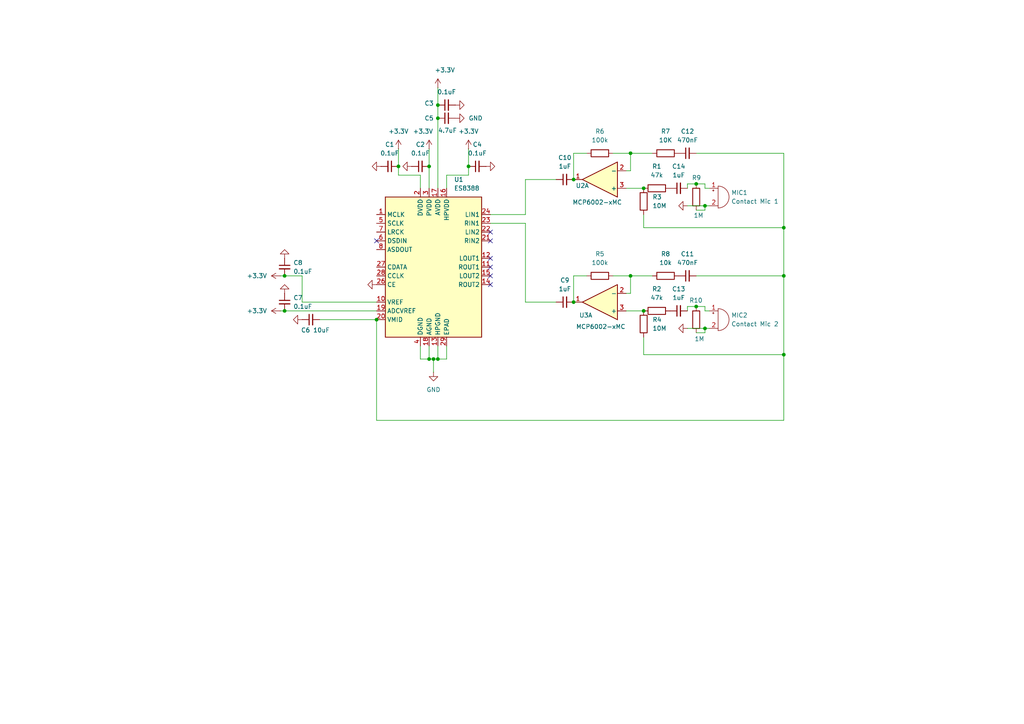
<source format=kicad_sch>
(kicad_sch (version 20250114) (generator "eeschema") (generator_version "9.0")
  (paper "A4")
  (lib_symbols
    (symbol "Amplifier_Operational:MCP6002-xMC" (pin_names (offset 0.127))
      (property "Reference" "U" (at 0 5.08 0))
      (property "Value" "MCP6002-xMC" (at 0 -5.08 0))
      (symbol "MCP6002-xMC_1_1"
        (polyline (pts (xy -5.08 5.08) (xy 5.08 0) (xy -5.08 -5.08) (xy -5.08 5.08)) (stroke (width 0.254)) (fill (type background)))
        (pin input line (at -7.62 2.54 0) (length 2.54) (name "+") (number "3"))
        (pin input line (at -7.62 -2.54 0) (length 2.54) (name "-") (number "2"))
        (pin output line (at 7.62 0 180) (length 2.54) (name "~") (number "1"))
      )
      (symbol "MCP6002-xMC_2_1"
        (polyline (pts (xy -5.08 5.08) (xy 5.08 0) (xy -5.08 -5.08) (xy -5.08 5.08)) (stroke (width 0.254)) (fill (type background)))
        (pin input line (at -7.62 2.54 0) (length 2.54) (name "+") (number "5"))
        (pin input line (at -7.62 -2.54 0) (length 2.54) (name "-") (number "6"))
        (pin output line (at 7.62 0 180) (length 2.54) (name "~") (number "7"))
      )
      (symbol "MCP6002-xMC_3_1"
        (pin power_in line (at -2.54 7.62 270) (length 3.81) (name "V+") (number "8"))
        (pin power_in line (at -2.54 -7.62 90) (length 3.81) (name "V-") (number "4"))
        (pin passive line (at -2.54 -7.62 90) (length 3.81) (hide yes) (name "V-") (number "9"))
      )
    )
    (symbol "Audio:ES8388"
      (property "Reference" "U" (at -14.224 21.844 0))
      (property "Value" "ES8388" (at 9.144 21.844 0))
      (symbol "ES8388_1_1"
        (rectangle (start -15.24 20.32) (end 12.7 -20.32) (stroke (width 0.254)) (fill (type background)))
        (pin input line (at -17.78 15.24 0) (length 2.54) (name "MCLK") (number "1"))
        (pin bidirectional line (at -17.78 12.7 0) (length 2.54) (name "SCLK") (number "5"))
        (pin bidirectional line (at -17.78 10.16 0) (length 2.54) (name "LRCK") (number "7"))
        (pin input line (at -17.78 7.62 0) (length 2.54) (name "DSDIN") (number "6"))
        (pin output line (at -17.78 5.08 0) (length 2.54) (name "ASDOUT") (number "8"))
        (pin bidirectional line (at -17.78 0 0) (length 2.54) (name "CDATA") (number "27"))
        (pin input line (at -17.78 -2.54 0) (length 2.54) (name "CCLK") (number "28"))
        (pin input line (at -17.78 -5.08 0) (length 2.54) (name "CE") (number "26"))
        (pin input line (at -17.78 -10.16 0) (length 2.54) (name "VREF") (number "10"))
        (pin input line (at -17.78 -12.7 0) (length 2.54) (name "ADCVREF") (number "19"))
        (pin input line (at -17.78 -15.24 0) (length 2.54) (name "VMID") (number "20"))
        (pin power_in line (at -5.08 22.86 270) (length 2.54) (name "DVDD") (number "2"))
        (pin power_in line (at -5.08 -22.86 90) (length 2.54) (name "DGND") (number "4"))
        (pin power_in line (at -2.54 22.86 270) (length 2.54) (name "PVDD") (number "3"))
        (pin power_in line (at -2.54 -22.86 90) (length 2.54) (name "AGND") (number "18"))
        (pin power_in line (at 0 22.86 270) (length 2.54) (name "AVDD") (number "17"))
        (pin power_in line (at 0 -22.86 90) (length 2.54) (name "HPGND") (number "13"))
        (pin power_in line (at 2.54 22.86 270) (length 2.54) (name "HPVDD") (number "16"))
        (pin passive line (at 2.54 -22.86 90) (length 2.54) (name "EPAD") (number "29"))
        (pin no_connect line (at 12.7 -10.16 180) (length 2.54) (hide yes) (name "NC") (number "9"))
        (pin no_connect line (at 12.7 -12.7 180) (length 2.54) (hide yes) (name "NC") (number "25"))
        (pin input line (at 15.24 15.24 180) (length 2.54) (name "LIN1") (number "24"))
        (pin input line (at 15.24 12.7 180) (length 2.54) (name "RIN1") (number "23"))
        (pin input line (at 15.24 10.16 180) (length 2.54) (name "LIN2") (number "22"))
        (pin input line (at 15.24 7.62 180) (length 2.54) (name "RIN2") (number "21"))
        (pin output line (at 15.24 2.54 180) (length 2.54) (name "LOUT1") (number "12"))
        (pin output line (at 15.24 0 180) (length 2.54) (name "ROUT1") (number "11"))
        (pin output line (at 15.24 -2.54 180) (length 2.54) (name "LOUT2") (number "15"))
        (pin output line (at 15.24 -5.08 180) (length 2.54) (name "ROUT2") (number "14"))
      )
    )
    (symbol "Device:Buzzer" (pin_names (offset 0.0254) (hide yes))
      (property "Reference" "BZ" (at 3.81 1.27 0))
      (property "Value" "Buzzer" (at 3.81 -1.27 0))
      (symbol "Buzzer_0_1"
        (polyline (pts (xy -1.651 1.905) (xy -1.143 1.905)))
        (polyline (pts (xy -1.397 2.159) (xy -1.397 1.651)))
        (arc (start 0 3.175) (mid 3.1612 0) (end 0 -3.175))
        (polyline (pts (xy 0 3.175) (xy 0 -3.175)))
      )
      (symbol "Buzzer_1_1"
        (pin passive line (at -2.54 2.54 0) (length 2.54) (name "+") (number "1"))
        (pin passive line (at -2.54 -2.54 0) (length 2.54) (name "-") (number "2"))
      )
    )
    (symbol "Device:C_Small" (pin_numbers (hide yes)) (pin_names (offset 0.254) (hide yes))
      (property "Reference" "C" (at 0.254 1.778 0))
      (property "Value" "C_Small" (at 0.254 -2.032 0))
      (symbol "C_Small_0_1"
        (polyline (pts (xy -1.524 0.508) (xy 1.524 0.508)) (stroke (width 0.3048)))
        (polyline (pts (xy -1.524 -0.508) (xy 1.524 -0.508)) (stroke (width 0.3302)))
      )
      (symbol "C_Small_1_1"
        (pin passive line (at 0 2.54 270) (length 2.032) (name "~") (number "1"))
        (pin passive line (at 0 -2.54 90) (length 2.032) (name "~") (number "2"))
      )
    )
    (symbol "Device:R" (pin_numbers (hide yes)) (pin_names (offset 0))
      (property "Reference" "R" (at 2.032 0 90))
      (property "Value" "R" (at 0 0 90))
      (symbol "R_0_1"
        (rectangle (start -1.016 -2.54) (end 1.016 2.54) (stroke (width 0.254)))
      )
      (symbol "R_1_1"
        (pin passive line (at 0 3.81 270) (length 1.27) (name "~") (number "1"))
        (pin passive line (at 0 -3.81 90) (length 1.27) (name "~") (number "2"))
      )
    )
    (symbol "power:+3.3V" (power) (pin_numbers (hide yes)) (pin_names (offset 0) (hide yes))
      (property "Value" "+3.3V" (at 0 3.556 0))
      (symbol "+3.3V_0_1"
        (polyline (pts (xy -0.762 1.27) (xy 0 2.54)))
        (polyline (pts (xy 0 2.54) (xy 0.762 1.27)))
        (polyline (pts (xy 0 0) (xy 0 2.54)))
      )
      (symbol "+3.3V_1_1"
        (pin power_in line (at 0 0 90) (length 0) (name "~") (number "1"))
      )
    )
    (symbol "power:GND" (power) (pin_numbers (hide yes)) (pin_names (offset 0) (hide yes))
      (property "Value" "GND" (at 0 -3.81 0))
      (symbol "GND_0_1"
        (polyline (pts (xy 0 0) (xy 0 -1.27) (xy 1.27 -1.27) (xy 0 -2.54) (xy -1.27 -1.27) (xy 0 -1.27)))
      )
      (symbol "GND_1_1"
        (pin power_in line (at 0 0 270) (length 0) (name "~") (number "1"))
      )
    )
  )
  (junction (at 227.33 102.87))
  (junction (at 82.55 80.01))
  (junction (at 182.88 44.45))
  (junction (at 125.73 104.14))
  (junction (at 127 34.29))
  (junction (at 115.57 48.26))
  (junction (at 124.46 48.26))
  (junction (at 109.22 92.71))
  (junction (at 227.33 80.01))
  (junction (at 166.37 87.63))
  (junction (at 204.47 95.25))
  (junction (at 201.93 88.9))
  (junction (at 166.37 52.07))
  (junction (at 186.69 54.61))
  (junction (at 82.55 90.17))
  (junction (at 127 30.48))
  (junction (at 127 104.14))
  (junction (at 201.93 53.34))
  (junction (at 135.89 48.26))
  (junction (at 182.88 80.01))
  (junction (at 186.69 90.17))
  (junction (at 204.47 59.69))
  (junction (at 124.46 104.14))
  (junction (at 227.33 66.04))
  (no_connect (at 142.24 80.01))
  (no_connect (at 142.24 69.85))
  (no_connect (at 142.24 82.55))
  (no_connect (at 109.22 69.85))
  (no_connect (at 142.24 77.47))
  (no_connect (at 142.24 67.31))
  (no_connect (at 142.24 74.93))
  (wire (pts (xy 199.39 53.34) (xy 201.93 53.34)))
  (wire (pts (xy 152.4 52.07) (xy 161.29 52.07)))
  (wire (pts (xy 127 30.48) (xy 127 34.29)))
  (wire (pts (xy 135.89 43.18) (xy 135.89 48.26)))
  (wire (pts (xy 205.74 90.17) (xy 204.47 90.17)))
  (wire (pts (xy 227.33 66.04) (xy 227.33 80.01)))
  (wire (pts (xy 109.22 121.92) (xy 109.22 92.71)))
  (wire (pts (xy 205.74 95.25) (xy 204.47 95.25)))
  (wire (pts (xy 121.92 104.14) (xy 124.46 104.14)))
  (wire (pts (xy 186.69 102.87) (xy 227.33 102.87)))
  (wire (pts (xy 227.33 44.45) (xy 227.33 66.04)))
  (wire (pts (xy 142.24 62.23) (xy 152.4 62.23)))
  (wire (pts (xy 186.69 66.04) (xy 227.33 66.04)))
  (wire (pts (xy 199.39 54.61) (xy 199.39 53.34)))
  (wire (pts (xy 204.47 59.69) (xy 204.47 60.96)))
  (wire (pts (xy 82.55 90.17) (xy 109.22 90.17)))
  (wire (pts (xy 182.88 80.01) (xy 189.23 80.01)))
  (wire (pts (xy 199.39 88.9) (xy 201.93 88.9)))
  (wire (pts (xy 115.57 50.8) (xy 121.92 50.8)))
  (wire (pts (xy 201.93 53.34) (xy 204.47 53.34)))
  (wire (pts (xy 204.47 88.9) (xy 204.47 90.17)))
  (wire (pts (xy 152.4 62.23) (xy 152.4 52.07)))
  (wire (pts (xy 121.92 100.33) (xy 121.92 104.14)))
  (wire (pts (xy 166.37 80.01) (xy 170.18 80.01)))
  (wire (pts (xy 201.93 60.96) (xy 204.47 60.96)))
  (wire (pts (xy 166.37 80.01) (xy 166.37 87.63)))
  (wire (pts (xy 127 100.33) (xy 127 104.14)))
  (wire (pts (xy 152.4 64.77) (xy 152.4 87.63)))
  (wire (pts (xy 115.57 48.26) (xy 115.57 50.8)))
  (wire (pts (xy 201.93 44.45) (xy 227.33 44.45)))
  (wire (pts (xy 124.46 100.33) (xy 124.46 104.14)))
  (wire (pts (xy 204.47 59.69) (xy 205.74 59.69)))
  (wire (pts (xy 186.69 97.79) (xy 186.69 102.87)))
  (wire (pts (xy 81.28 90.17) (xy 82.55 90.17)))
  (wire (pts (xy 127 25.4) (xy 127 30.48)))
  (wire (pts (xy 181.61 90.17) (xy 186.69 90.17)))
  (wire (pts (xy 199.39 90.17) (xy 199.39 88.9)))
  (wire (pts (xy 124.46 48.26) (xy 124.46 54.61)))
  (wire (pts (xy 92.71 92.71) (xy 109.22 92.71)))
  (wire (pts (xy 204.47 53.34) (xy 204.47 54.61)))
  (wire (pts (xy 166.37 44.45) (xy 166.37 52.07)))
  (wire (pts (xy 177.8 44.45) (xy 182.88 44.45)))
  (wire (pts (xy 127 104.14) (xy 129.54 104.14)))
  (wire (pts (xy 127 34.29) (xy 127 54.61)))
  (wire (pts (xy 186.69 62.23) (xy 186.69 66.04)))
  (wire (pts (xy 177.8 80.01) (xy 182.88 80.01)))
  (wire (pts (xy 135.89 50.8) (xy 129.54 50.8)))
  (wire (pts (xy 142.24 64.77) (xy 152.4 64.77)))
  (wire (pts (xy 81.28 80.01) (xy 82.55 80.01)))
  (wire (pts (xy 182.88 44.45) (xy 189.23 44.45)))
  (wire (pts (xy 129.54 50.8) (xy 129.54 54.61)))
  (wire (pts (xy 182.88 49.53) (xy 182.88 44.45)))
  (wire (pts (xy 115.57 43.18) (xy 115.57 48.26)))
  (wire (pts (xy 227.33 80.01) (xy 227.33 102.87)))
  (wire (pts (xy 166.37 44.45) (xy 170.18 44.45)))
  (wire (pts (xy 129.54 100.33) (xy 129.54 104.14)))
  (wire (pts (xy 124.46 104.14) (xy 125.73 104.14)))
  (wire (pts (xy 199.39 59.69) (xy 204.47 59.69)))
  (wire (pts (xy 135.89 48.26) (xy 135.89 50.8)))
  (wire (pts (xy 204.47 95.25) (xy 204.47 96.52)))
  (wire (pts (xy 124.46 43.18) (xy 124.46 48.26)))
  (wire (pts (xy 125.73 104.14) (xy 125.73 107.95)))
  (wire (pts (xy 227.33 121.92) (xy 109.22 121.92)))
  (wire (pts (xy 87.63 87.63) (xy 87.63 80.01)))
  (wire (pts (xy 204.47 95.25) (xy 199.39 95.25)))
  (wire (pts (xy 201.93 88.9) (xy 204.47 88.9)))
  (wire (pts (xy 181.61 85.09) (xy 182.88 85.09)))
  (wire (pts (xy 182.88 85.09) (xy 182.88 80.01)))
  (wire (pts (xy 125.73 104.14) (xy 127 104.14)))
  (wire (pts (xy 201.93 80.01) (xy 227.33 80.01)))
  (wire (pts (xy 205.74 54.61) (xy 204.47 54.61)))
  (wire (pts (xy 82.55 80.01) (xy 87.63 80.01)))
  (wire (pts (xy 201.93 96.52) (xy 204.47 96.52)))
  (wire (pts (xy 121.92 54.61) (xy 121.92 50.8)))
  (wire (pts (xy 227.33 102.87) (xy 227.33 121.92)))
  (wire (pts (xy 152.4 87.63) (xy 161.29 87.63)))
  (wire (pts (xy 181.61 54.61) (xy 186.69 54.61)))
  (wire (pts (xy 181.61 49.53) (xy 182.88 49.53)))
  (wire (pts (xy 87.63 87.63) (xy 109.22 87.63)))
  (symbol (lib_id "Device:C_Small") (at 163.83 87.63 90) (unit 1)
    (property "Reference" "C9" (at 163.8363 81.28 90))
    (property "Value" "1uF" (at 163.8363 83.82 90))
    (property "Description" "Unpolarized capacitor, small symbol" (effects (hide yes)))
  )
  (symbol (lib_id "Device:C_Small") (at 196.85 54.61 90) (unit 1)
    (property "Reference" "C14" (at 196.8563 48.26 90))
    (property "Value" "1uF" (at 196.8563 50.8 90))
    (property "Description" "Unpolarized capacitor, small symbol" (effects (hide yes)))
  )
  (symbol (lib_id "Device:R") (at 173.99 80.01 270) (unit 1)
    (property "Reference" "R5" (at 173.99 73.66 90))
    (property "Value" "100k" (at 173.99 76.2 90))
    (property "Description" "Resistor" (effects (hide yes)))
  )
  (symbol (lib_id "Device:C_Small") (at 199.39 44.45 90) (unit 1)
    (property "Reference" "C12" (at 199.3963 38.1 90))
    (property "Value" "470nF" (at 199.3963 40.64 90))
    (property "Description" "Unpolarized capacitor, small symbol" (effects (hide yes)))
  )
  (symbol (lib_id "power:+3.3V") (at 81.28 90.17 90) (unit 1)
    (property "Reference" "#PWR013" (effects (hide yes)))
    (property "Value" "+3.3V" (at 77.47 90.1699 90) (effects (justify left)))
    (property "Description" "Power symbol creates a global label with name \"+3.3V\"" (effects (hide yes)))
  )
  (symbol (lib_id "power:GND") (at 109.22 82.55 270) (unit 1)
    (property "Reference" "#PWR018" (effects (hide yes)))
    (property "Value" "GND" (effects (hide yes)))
    (property "Description" "Power symbol creates a global label with name \"GND\" , ground" (effects (hide yes)))
  )
  (symbol (lib_id "power:GND") (at 87.63 92.71 270) (unit 1)
    (property "Reference" "#PWR011" (effects (hide yes)))
    (property "Value" "GND" (effects (hide yes)))
    (property "Description" "Power symbol creates a global label with name \"GND\" , ground" (effects (hide yes)))
  )
  (symbol (lib_id "Audio:ES8388") (at 127 77.47 0) (unit 1)
    (property "Reference" "U1" (at 131.6833 52.07 0) (effects (justify left)))
    (property "Value" "ES8388" (at 131.6833 54.61 0) (effects (justify left)))
    (property "Footprint" "Package_DFN_QFN:QFN-28-1EP_4x4mm_P0.45mm_EP2.6x2.6mm" (effects (hide yes)))
    (property "Datasheet" "http://www.everest-semi.com/pdf/ES8388%20DS.pdf" (effects (hide yes)))
    (property "Description" "Low Power Stereo Audio CODEC With Headphone Amplifier, 24-bit, 8kHz - 96kHz ADC / DAC sampling frequency, 1.8V - 3.3V supply, WQFN-28" (effects (hide yes)))
  )
  (symbol (lib_id "Device:C_Small") (at 82.55 87.63 0) (unit 1)
    (property "Reference" "C7" (at 85.09 86.3662 0) (effects (justify left)))
    (property "Value" "0.1uF" (at 85.09 88.9062 0) (effects (justify left)))
    (property "Description" "Unpolarized capacitor, small symbol" (effects (hide yes)))
  )
  (symbol (lib_id "Device:C_Small") (at 163.83 52.07 90) (unit 1)
    (property "Reference" "C10" (at 163.8363 45.72 90))
    (property "Value" "1uF" (at 163.8363 48.26 90))
    (property "Description" "Unpolarized capacitor, small symbol" (effects (hide yes)))
  )
  (symbol (lib_id "power:GND") (at 110.49 48.26 270) (unit 1)
    (property "Reference" "#PWR07" (effects (hide yes)))
    (property "Value" "GND" (effects (hide yes)))
    (property "Description" "Power symbol creates a global label with name \"GND\" , ground" (effects (hide yes)))
  )
  (symbol (lib_id "power:GND") (at 199.39 59.69 270) (unit 1)
    (property "Reference" "#PWR017" (effects (hide yes)))
    (property "Value" "GND" (effects (hide yes)))
    (property "Description" "Power symbol creates a global label with name \"GND\" , ground" (effects (hide yes)))
  )
  (symbol (lib_id "Device:Buzzer") (at 208.28 57.15 0) (unit 1)
    (property "Reference" "MIC1" (at 212.09 55.8799 0) (effects (justify left)))
    (property "Value" "Contact Mic 1" (at 212.09 58.4199 0) (effects (justify left)))
    (property "Description" "Buzzer, polarized" (effects (hide yes)))
  )
  (symbol (lib_id "Device:C_Small") (at 82.55 77.47 0) (unit 1)
    (property "Reference" "C8" (at 85.09 76.2062 0) (effects (justify left)))
    (property "Value" "0.1uF" (at 85.09 78.7462 0) (effects (justify left)))
    (property "Description" "Unpolarized capacitor, small symbol" (effects (hide yes)))
  )
  (symbol (lib_id "Device:R") (at 193.04 80.01 90) (unit 1)
    (property "Reference" "R8" (at 193.04 73.66 90))
    (property "Value" "10k" (at 193.04 76.2 90))
    (property "Description" "Resistor" (effects (hide yes)))
  )
  (symbol (lib_id "Device:R") (at 190.5 90.17 90) (unit 1)
    (property "Reference" "R2" (at 190.5 83.82 90))
    (property "Value" "47k" (at 190.5 86.36 90))
    (property "Description" "Resistor" (effects (hide yes)))
  )
  (symbol (lib_id "Device:R") (at 201.93 57.15 0) (unit 1)
    (property "Reference" "R9" (at 200.66 51.562 0) (effects (justify left)))
    (property "Value" "1M" (at 201.168 62.484 0) (effects (justify left)))
    (property "Description" "Resistor" (effects (hide yes)))
  )
  (symbol (lib_id "power:+3.3V") (at 115.57 43.18 0) (unit 1)
    (property "Reference" "#PWR01" (effects (hide yes)))
    (property "Value" "+3.3V" (at 115.57 38.1 0))
    (property "Description" "Power symbol creates a global label with name \"+3.3V\"" (effects (hide yes)))
  )
  (symbol (lib_id "Device:R") (at 186.69 58.42 0) (unit 1)
    (property "Reference" "R3" (at 189.23 57.1499 0) (effects (justify left)))
    (property "Value" "10M" (at 189.23 59.6899 0) (effects (justify left)))
    (property "Description" "Resistor" (effects (hide yes)))
  )
  (symbol (lib_id "power:GND") (at 132.08 34.29 90) (unit 1)
    (property "Reference" "#PWR010" (effects (hide yes)))
    (property "Value" "GND" (at 135.89 34.2899 90) (effects (justify right)))
    (property "Description" "Power symbol creates a global label with name \"GND\" , ground" (effects (hide yes)))
  )
  (symbol (lib_id "power:+3.3V") (at 81.28 80.01 90) (unit 1)
    (property "Reference" "#PWR012" (effects (hide yes)))
    (property "Value" "+3.3V" (at 77.47 80.0099 90) (effects (justify left)))
    (property "Description" "Power symbol creates a global label with name \"+3.3V\"" (effects (hide yes)))
  )
  (symbol (lib_id "Device:R") (at 201.93 92.71 0) (unit 1)
    (property "Reference" "R10" (at 199.898 87.122 0) (effects (justify left)))
    (property "Value" "1M" (at 201.422 98.298 0) (effects (justify left)))
    (property "Description" "Resistor" (effects (hide yes)))
  )
  (symbol (lib_id "Device:C_Small") (at 129.54 30.48 90) (unit 1)
    (property "Reference" "C3" (at 124.46 29.972 90))
    (property "Value" "0.1uF" (at 129.5463 26.67 90))
    (property "Description" "Unpolarized capacitor, small symbol" (effects (hide yes)))
  )
  (symbol (lib_id "power:GND") (at 82.55 74.93 180) (unit 1)
    (property "Reference" "#PWR014" (effects (hide yes)))
    (property "Value" "GND" (effects (hide yes)))
    (property "Description" "Power symbol creates a global label with name \"GND\" , ground" (effects (hide yes)))
  )
  (symbol (lib_id "power:+3.3V") (at 124.46 43.18 0) (unit 1)
    (property "Reference" "#PWR04" (effects (hide yes)))
    (property "Value" "+3.3V" (at 122.682 38.1 0))
    (property "Description" "Power symbol creates a global label with name \"+3.3V\"" (effects (hide yes)))
  )
  (symbol (lib_id "Device:Buzzer") (at 208.28 92.71 0) (unit 1)
    (property "Reference" "MIC2" (at 212.09 91.4399 0) (effects (justify left)))
    (property "Value" "Contact Mic 2" (at 212.09 93.9799 0) (effects (justify left)))
    (property "Description" "Buzzer, polarized" (effects (hide yes)))
  )
  (symbol (lib_id "power:GND") (at 140.97 48.26 90) (unit 1)
    (property "Reference" "#PWR09" (effects (hide yes)))
    (property "Value" "GND" (effects (hide yes)))
    (property "Description" "Power symbol creates a global label with name \"GND\" , ground" (effects (hide yes)))
  )
  (symbol (lib_id "power:+3.3V") (at 135.89 43.18 0) (unit 1)
    (property "Reference" "#PWR03" (effects (hide yes)))
    (property "Value" "+3.3V" (at 135.89 38.1 0))
    (property "Description" "Power symbol creates a global label with name \"+3.3V\"" (effects (hide yes)))
  )
  (symbol (lib_id "Device:C_Small") (at 121.92 48.26 90) (unit 1)
    (property "Reference" "C2" (at 121.9263 41.91 90))
    (property "Value" "0.1uF" (at 121.9263 44.45 90))
    (property "Description" "Unpolarized capacitor, small symbol" (effects (hide yes)))
  )
  (symbol (lib_id "Device:C_Small") (at 138.43 48.26 90) (unit 1)
    (property "Reference" "C4" (at 138.4363 41.91 90))
    (property "Value" "0.1uF" (at 138.4363 44.45 90))
    (property "Description" "Unpolarized capacitor, small symbol" (effects (hide yes)))
  )
  (symbol (lib_id "Device:R") (at 173.99 44.45 90) (unit 1)
    (property "Reference" "R6" (at 173.99 38.1 90))
    (property "Value" "100k" (at 173.99 40.64 90))
    (property "Description" "Resistor" (effects (hide yes)))
  )
  (symbol (lib_id "Device:C_Small") (at 129.54 34.29 90) (unit 1)
    (property "Reference" "C5" (at 124.46 34.29 90))
    (property "Value" "4.7uF" (at 129.794 37.846 90))
    (property "Description" "Unpolarized capacitor, small symbol" (effects (hide yes)))
  )
  (symbol (lib_id "Device:C_Small") (at 90.17 92.71 90) (unit 1)
    (property "Reference" "C6" (at 88.646 95.758 90))
    (property "Value" "10uF" (at 93.218 95.758 90))
    (property "Description" "Unpolarized capacitor, small symbol" (effects (hide yes)))
  )
  (symbol (lib_id "power:GND") (at 199.39 95.25 270) (unit 1)
    (property "Reference" "#PWR016" (effects (hide yes)))
    (property "Value" "GND" (effects (hide yes)))
    (property "Description" "Power symbol creates a global label with name \"GND\" , ground" (effects (hide yes)))
  )
  (symbol (lib_id "Device:R") (at 186.69 93.98 0) (unit 1)
    (property "Reference" "R4" (at 189.23 92.7099 0) (effects (justify left)))
    (property "Value" "10M" (at 189.23 95.2499 0) (effects (justify left)))
    (property "Description" "Resistor" (effects (hide yes)))
  )
  (symbol (lib_id "Device:R") (at 193.04 44.45 90) (unit 1)
    (property "Reference" "R7" (at 193.04 38.1 90))
    (property "Value" "10K" (at 193.04 40.64 90))
    (property "Description" "Resistor" (effects (hide yes)))
  )
  (symbol (lib_id "power:GND") (at 82.55 85.09 180) (unit 1)
    (property "Reference" "#PWR015" (effects (hide yes)))
    (property "Value" "GND" (effects (hide yes)))
    (property "Description" "Power symbol creates a global label with name \"GND\" , ground" (effects (hide yes)))
  )
  (symbol (lib_id "Amplifier_Operational:MCP6002-xMC") (at 173.99 52.07 180) (unit 1)
    (property "Reference" "U2" (at 168.91 53.848 0))
    (property "Value" "MCP6002-xMC" (at 173.228 58.674 0))
    (property "Footprint" "Package_DFN_QFN:DFN-8-1EP_3x2mm_P0.5mm_EP1.75x1.45mm" (effects (hide yes)))
    (property "Datasheet" "http://ww1.microchip.com/downloads/en/DeviceDoc/21733j.pdf" (effects (hide yes)))
    (property "Description" "1MHz, Low-Power Op Amp, DFN-8" (effects (hide yes)))
  )
  (symbol (lib_id "power:GND") (at 132.08 30.48 90) (unit 1)
    (property "Reference" "#PWR08" (effects (hide yes)))
    (property "Value" "GND" (effects (hide yes)))
    (property "Description" "Power symbol creates a global label with name \"GND\" , ground" (effects (hide yes)))
  )
  (symbol (lib_id "Device:C_Small") (at 113.03 48.26 270) (unit 1)
    (property "Reference" "C1" (at 113.0236 41.91 90))
    (property "Value" "0.1uF" (at 113.0236 44.45 90))
    (property "Description" "Unpolarized capacitor, small symbol" (effects (hide yes)))
  )
  (symbol (lib_id "Device:C_Small") (at 196.85 90.17 90) (unit 1)
    (property "Reference" "C13" (at 196.8563 83.82 90))
    (property "Value" "1uF" (at 196.8563 86.36 90))
    (property "Description" "Unpolarized capacitor, small symbol" (effects (hide yes)))
  )
  (symbol (lib_id "power:+3.3V") (at 127 25.4 0) (unit 1)
    (property "Reference" "#PWR05" (effects (hide yes)))
    (property "Value" "+3.3V" (at 129.032 20.32 0))
    (property "Description" "Power symbol creates a global label with name \"+3.3V\"" (effects (hide yes)))
  )
  (symbol (lib_id "Amplifier_Operational:MCP6002-xMC") (at 173.99 87.63 180) (unit 1)
    (property "Reference" "U3" (at 169.926 91.44 0))
    (property "Value" "MCP6002-xMC" (at 174.244 94.742 0))
    (property "Footprint" "Package_DFN_QFN:DFN-8-1EP_3x2mm_P0.5mm_EP1.75x1.45mm" (effects (hide yes)))
    (property "Datasheet" "http://ww1.microchip.com/downloads/en/DeviceDoc/21733j.pdf" (effects (hide yes)))
    (property "Description" "1MHz, Low-Power Op Amp, DFN-8" (effects (hide yes)))
  )
  (symbol (lib_id "Device:R") (at 190.5 54.61 90) (unit 1)
    (property "Reference" "R1" (at 190.5 48.26 90))
    (property "Value" "47k" (at 190.5 50.8 90))
    (property "Description" "Resistor" (effects (hide yes)))
  )
  (symbol (lib_id "Device:C_Small") (at 199.39 80.01 90) (unit 1)
    (property "Reference" "C11" (at 199.3963 73.66 90))
    (property "Value" "470nF" (at 199.3963 76.2 90))
    (property "Description" "Unpolarized capacitor, small symbol" (effects (hide yes)))
  )
  (symbol (lib_id "power:GND") (at 119.38 48.26 270) (unit 1)
    (property "Reference" "#PWR06" (effects (hide yes)))
    (property "Value" "GND" (effects (hide yes)))
    (property "Description" "Power symbol creates a global label with name \"GND\" , ground" (effects (hide yes)))
  )
  (symbol (lib_id "power:GND") (at 125.73 107.95 0) (unit 1)
    (property "Reference" "#PWR02" (effects (hide yes)))
    (property "Value" "GND" (at 125.73 113.03 0))
    (property "Description" "Power symbol creates a global label with name \"GND\" , ground" (effects (hide yes)))
  )
)
</source>
